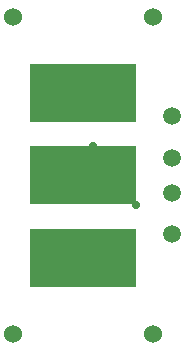
<source format=gbl>
G04*
G04 #@! TF.GenerationSoftware,Altium Limited,Altium Designer,23.11.1 (41)*
G04*
G04 Layer_Physical_Order=2*
G04 Layer_Color=16711680*
%FSLAX44Y44*%
%MOMM*%
G71*
G04*
G04 #@! TF.SameCoordinates,663EB88F-05E0-4BFF-A99C-D42E022A2D9A*
G04*
G04*
G04 #@! TF.FilePolarity,Positive*
G04*
G01*
G75*
%ADD27C,1.5240*%
%ADD28C,1.5000*%
%ADD29C,0.7000*%
%ADD30R,9.0000X5.0000*%
D27*
X16000Y16000D02*
D03*
X134000D02*
D03*
X16000Y284000D02*
D03*
X134000D02*
D03*
D28*
X150000Y165000D02*
D03*
Y135000D02*
D03*
Y200000D02*
D03*
Y100000D02*
D03*
D29*
X75000Y60000D02*
D03*
X120000Y125000D02*
D03*
X75000Y220650D02*
D03*
X83000Y175000D02*
D03*
D30*
X75000Y220000D02*
D03*
Y150000D02*
D03*
Y80000D02*
D03*
M02*

</source>
